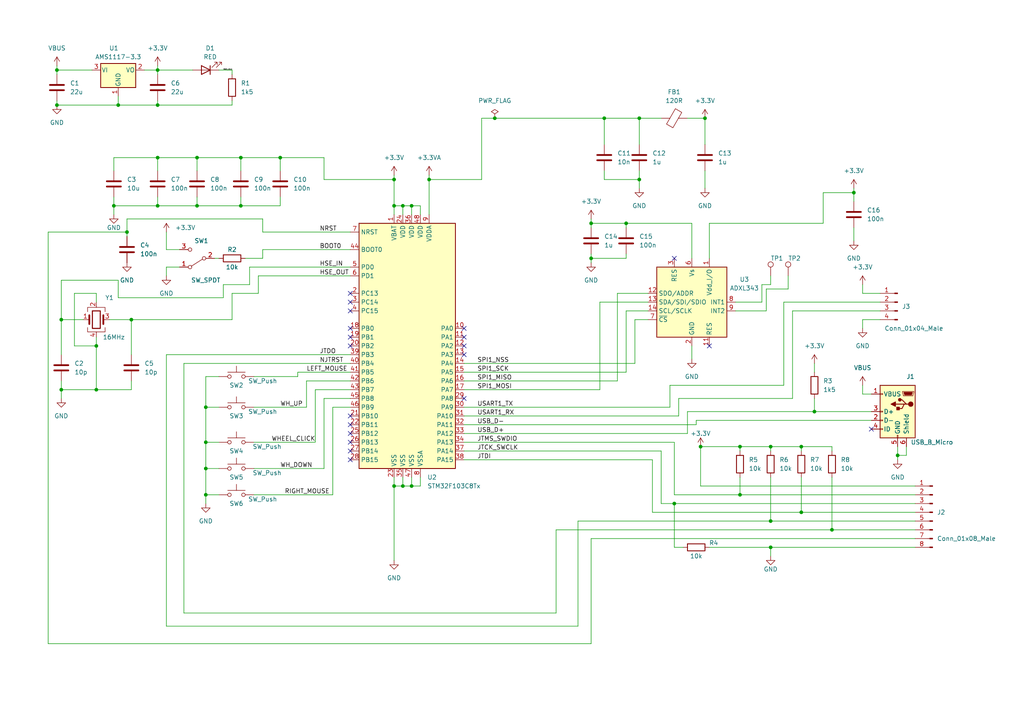
<source format=kicad_sch>
(kicad_sch (version 20211123) (generator eeschema)
  (paper "A4")
  (lib_symbols
    (symbol "Connector:Conn_01x04_Male" (pin_names (offset 1.016) hide)
      (property "Reference" "J" (at 0 5.08 0))
      (property "Value" "Conn_01x04_Male" (at 0 -7.62 0))
      (symbol "Conn_01x04_Male_1_1"
        (polyline (pts (xy 1.27 -5.08) (xy 0.8636 -5.08)) (stroke (width 0.1524)))
        (polyline (pts (xy 1.27 -2.54) (xy 0.8636 -2.54)) (stroke (width 0.1524)))
        (polyline (pts (xy 1.27 0) (xy 0.8636 0)) (stroke (width 0.1524)))
        (polyline (pts (xy 1.27 2.54) (xy 0.8636 2.54)) (stroke (width 0.1524)))
        (rectangle (start 0.8636 -4.953) (end 0 -5.207) (stroke (width 0.1524)) (fill (type outline)))
        (rectangle (start 0.8636 -2.413) (end 0 -2.667) (stroke (width 0.1524)) (fill (type outline)))
        (rectangle (start 0.8636 0.127) (end 0 -0.127) (stroke (width 0.1524)) (fill (type outline)))
        (rectangle (start 0.8636 2.667) (end 0 2.413) (stroke (width 0.1524)) (fill (type outline)))
        (pin passive line (at 5.08 2.54 180) (length 3.81) (name "Pin_1") (number "1"))
        (pin passive line (at 5.08 0 180) (length 3.81) (name "Pin_2") (number "2"))
        (pin passive line (at 5.08 -2.54 180) (length 3.81) (name "Pin_3") (number "3"))
        (pin passive line (at 5.08 -5.08 180) (length 3.81) (name "Pin_4") (number "4"))
      )
    )
    (symbol "Connector:Conn_01x08_Male" (pin_names (offset 1.016) hide)
      (property "Reference" "J" (at 0 10.16 0))
      (property "Value" "Conn_01x08_Male" (at 0 -12.7 0))
      (symbol "Conn_01x08_Male_1_1"
        (polyline (pts (xy 1.27 -10.16) (xy 0.8636 -10.16)) (stroke (width 0.1524)))
        (polyline (pts (xy 1.27 -7.62) (xy 0.8636 -7.62)) (stroke (width 0.1524)))
        (polyline (pts (xy 1.27 -5.08) (xy 0.8636 -5.08)) (stroke (width 0.1524)))
        (polyline (pts (xy 1.27 -2.54) (xy 0.8636 -2.54)) (stroke (width 0.1524)))
        (polyline (pts (xy 1.27 0) (xy 0.8636 0)) (stroke (width 0.1524)))
        (polyline (pts (xy 1.27 2.54) (xy 0.8636 2.54)) (stroke (width 0.1524)))
        (polyline (pts (xy 1.27 5.08) (xy 0.8636 5.08)) (stroke (width 0.1524)))
        (polyline (pts (xy 1.27 7.62) (xy 0.8636 7.62)) (stroke (width 0.1524)))
        (rectangle (start 0.8636 -10.033) (end 0 -10.287) (stroke (width 0.1524)) (fill (type outline)))
        (rectangle (start 0.8636 -7.493) (end 0 -7.747) (stroke (width 0.1524)) (fill (type outline)))
        (rectangle (start 0.8636 -4.953) (end 0 -5.207) (stroke (width 0.1524)) (fill (type outline)))
        (rectangle (start 0.8636 -2.413) (end 0 -2.667) (stroke (width 0.1524)) (fill (type outline)))
        (rectangle (start 0.8636 0.127) (end 0 -0.127) (stroke (width 0.1524)) (fill (type outline)))
        (rectangle (start 0.8636 2.667) (end 0 2.413) (stroke (width 0.1524)) (fill (type outline)))
        (rectangle (start 0.8636 5.207) (end 0 4.953) (stroke (width 0.1524)) (fill (type outline)))
        (rectangle (start 0.8636 7.747) (end 0 7.493) (stroke (width 0.1524)) (fill (type outline)))
        (pin passive line (at 5.08 7.62 180) (length 3.81) (name "Pin_1") (number "1"))
        (pin passive line (at 5.08 5.08 180) (length 3.81) (name "Pin_2") (number "2"))
        (pin passive line (at 5.08 2.54 180) (length 3.81) (name "Pin_3") (number "3"))
        (pin passive line (at 5.08 0 180) (length 3.81) (name "Pin_4") (number "4"))
        (pin passive line (at 5.08 -2.54 180) (length 3.81) (name "Pin_5") (number "5"))
        (pin passive line (at 5.08 -5.08 180) (length 3.81) (name "Pin_6") (number "6"))
        (pin passive line (at 5.08 -7.62 180) (length 3.81) (name "Pin_7") (number "7"))
        (pin passive line (at 5.08 -10.16 180) (length 3.81) (name "Pin_8") (number "8"))
      )
    )
    (symbol "Connector:TestPoint" (pin_numbers hide) (pin_names (offset 0.762) hide)
      (property "Reference" "TP" (at 0 6.858 0))
      (property "Value" "TestPoint" (at 0 5.08 0))
      (symbol "TestPoint_0_1"
        (circle (center 0 3.302) (radius 0.762))
      )
      (symbol "TestPoint_1_1"
        (pin passive line (at 0 0 90) (length 2.54) (name "1") (number "1"))
      )
    )
    (symbol "Connector:USB_B_Micro" (pin_names (offset 1.016))
      (property "Reference" "J" (at -5.08 11.43 0))
      (property "Value" "USB_B_Micro" (at -5.08 8.89 0))
      (symbol "USB_B_Micro_0_1"
        (rectangle (start -5.08 -7.62) (end 5.08 7.62) (stroke (width 0.254)) (fill (type background)))
        (circle (center -3.81 2.159) (radius 0.635) (stroke (width 0.254)) (fill (type outline)))
        (circle (center -0.635 3.429) (radius 0.381) (stroke (width 0.254)) (fill (type outline)))
        (rectangle (start -0.127 -7.62) (end 0.127 -6.858))
        (polyline (pts (xy -1.905 2.159) (xy 0.635 2.159)) (stroke (width 0.254)))
        (polyline (pts (xy -3.175 2.159) (xy -2.54 2.159) (xy -1.27 3.429) (xy -0.635 3.429)) (stroke (width 0.254)))
        (polyline (pts (xy -2.54 2.159) (xy -1.905 2.159) (xy -1.27 0.889) (xy 0 0.889)) (stroke (width 0.254)))
        (polyline (pts (xy 0.635 2.794) (xy 0.635 1.524) (xy 1.905 2.159) (xy 0.635 2.794)) (stroke (width 0.254)) (fill (type outline)))
        (polyline (pts (xy -4.318 5.588) (xy -1.778 5.588) (xy -2.032 4.826) (xy -4.064 4.826) (xy -4.318 5.588)) (fill (type outline)))
        (polyline (pts (xy -4.699 5.842) (xy -4.699 5.588) (xy -4.445 4.826) (xy -4.445 4.572) (xy -1.651 4.572) (xy -1.651 4.826) (xy -1.397 5.588) (xy -1.397 5.842) (xy -4.699 5.842)))
        (rectangle (start 0.254 1.27) (end -0.508 0.508) (stroke (width 0.254)) (fill (type outline)))
        (rectangle (start 5.08 -5.207) (end 4.318 -4.953))
        (rectangle (start 5.08 -2.667) (end 4.318 -2.413))
        (rectangle (start 5.08 -0.127) (end 4.318 0.127))
        (rectangle (start 5.08 4.953) (end 4.318 5.207))
      )
      (symbol "USB_B_Micro_1_1"
        (pin power_out line (at 7.62 5.08 180) (length 2.54) (name "VBUS") (number "1"))
        (pin bidirectional line (at 7.62 -2.54 180) (length 2.54) (name "D-") (number "2"))
        (pin bidirectional line (at 7.62 0 180) (length 2.54) (name "D+") (number "3"))
        (pin passive line (at 7.62 -5.08 180) (length 2.54) (name "ID") (number "4"))
        (pin power_out line (at 0 -10.16 90) (length 2.54) (name "GND") (number "5"))
        (pin passive line (at -2.54 -10.16 90) (length 2.54) (name "Shield") (number "6"))
      )
    )
    (symbol "Device:C" (pin_numbers hide) (pin_names (offset 0.254))
      (property "Reference" "C" (at 0.635 2.54 0))
      (property "Value" "C" (at 0.635 -2.54 0))
      (symbol "C_0_1"
        (polyline (pts (xy -2.032 -0.762) (xy 2.032 -0.762)) (stroke (width 0.508)))
        (polyline (pts (xy -2.032 0.762) (xy 2.032 0.762)) (stroke (width 0.508)))
      )
      (symbol "C_1_1"
        (pin passive line (at 0 3.81 270) (length 2.794) (name "~") (number "1"))
        (pin passive line (at 0 -3.81 90) (length 2.794) (name "~") (number "2"))
      )
    )
    (symbol "Device:Crystal_GND24" (pin_names (offset 1.016) hide)
      (property "Reference" "Y" (at 3.175 5.08 0))
      (property "Value" "Crystal_GND24" (at 3.175 3.175 0))
      (symbol "Crystal_GND24_0_1"
        (rectangle (start -1.143 2.54) (end 1.143 -2.54) (stroke (width 0.3048)))
        (polyline (pts (xy -2.54 0) (xy -2.032 0)))
        (polyline (pts (xy -2.032 -1.27) (xy -2.032 1.27)) (stroke (width 0.508)))
        (polyline (pts (xy 0 -3.81) (xy 0 -3.556)))
        (polyline (pts (xy 0 3.556) (xy 0 3.81)))
        (polyline (pts (xy 2.032 -1.27) (xy 2.032 1.27)) (stroke (width 0.508)))
        (polyline (pts (xy 2.032 0) (xy 2.54 0)))
        (polyline (pts (xy -2.54 -2.286) (xy -2.54 -3.556) (xy 2.54 -3.556) (xy 2.54 -2.286)))
        (polyline (pts (xy -2.54 2.286) (xy -2.54 3.556) (xy 2.54 3.556) (xy 2.54 2.286)))
      )
      (symbol "Crystal_GND24_1_1"
        (pin passive line (at -3.81 0 0) (length 1.27) (name "1") (number "1"))
        (pin passive line (at 0 5.08 270) (length 1.27) (name "2") (number "2"))
        (pin passive line (at 3.81 0 180) (length 1.27) (name "3") (number "3"))
        (pin passive line (at 0 -5.08 90) (length 1.27) (name "4") (number "4"))
      )
    )
    (symbol "Device:FerriteBead" (pin_numbers hide) (pin_names (offset 0))
      (property "Reference" "FB" (at -3.81 0.635 90))
      (property "Value" "FerriteBead" (at 3.81 0 90))
      (symbol "FerriteBead_0_1"
        (polyline (pts (xy 0 -1.27) (xy 0 -1.2192)))
        (polyline (pts (xy 0 1.27) (xy 0 1.2954)))
        (polyline (pts (xy -2.7686 0.4064) (xy -1.7018 2.2606) (xy 2.7686 -0.3048) (xy 1.6764 -2.159) (xy -2.7686 0.4064)))
      )
      (symbol "FerriteBead_1_1"
        (pin passive line (at 0 3.81 270) (length 2.54) (name "~") (number "1"))
        (pin passive line (at 0 -3.81 90) (length 2.54) (name "~") (number "2"))
      )
    )
    (symbol "Device:LED" (pin_numbers hide) (pin_names (offset 1.016) hide)
      (property "Reference" "D" (at 0 2.54 0))
      (property "Value" "LED" (at 0 -2.54 0))
      (symbol "LED_0_1"
        (polyline (pts (xy -1.27 -1.27) (xy -1.27 1.27)) (stroke (width 0.254)))
        (polyline (pts (xy -1.27 0) (xy 1.27 0)))
        (polyline (pts (xy 1.27 -1.27) (xy 1.27 1.27) (xy -1.27 0) (xy 1.27 -1.27)) (stroke (width 0.254)))
        (polyline (pts (xy -3.048 -0.762) (xy -4.572 -2.286) (xy -3.81 -2.286) (xy -4.572 -2.286) (xy -4.572 -1.524)))
        (polyline (pts (xy -1.778 -0.762) (xy -3.302 -2.286) (xy -2.54 -2.286) (xy -3.302 -2.286) (xy -3.302 -1.524)))
      )
      (symbol "LED_1_1"
        (pin passive line (at -3.81 0 0) (length 2.54) (name "K") (number "1"))
        (pin passive line (at 3.81 0 180) (length 2.54) (name "A") (number "2"))
      )
    )
    (symbol "Device:R" (pin_numbers hide) (pin_names (offset 0))
      (property "Reference" "R" (at 2.032 0 90))
      (property "Value" "R" (at 0 0 90))
      (symbol "R_0_1"
        (rectangle (start -1.016 -2.54) (end 1.016 2.54) (stroke (width 0.254)))
      )
      (symbol "R_1_1"
        (pin passive line (at 0 3.81 270) (length 1.27) (name "~") (number "1"))
        (pin passive line (at 0 -3.81 90) (length 1.27) (name "~") (number "2"))
      )
    )
    (symbol "MCU_ST_STM32F1:STM32F103C8Tx"
      (property "Reference" "U" (at -15.24 36.83 0))
      (property "Value" "STM32F103C8Tx" (at 7.62 36.83 0))
      (symbol "STM32F103C8Tx_0_1"
        (rectangle (start -15.24 -35.56) (end 12.7 35.56) (stroke (width 0.254)) (fill (type background)))
      )
      (symbol "STM32F103C8Tx_1_1"
        (pin power_in line (at -5.08 38.1 270) (length 2.54) (name "VBAT") (number "1"))
        (pin bidirectional line (at 15.24 5.08 180) (length 2.54) (name "PA0") (number "10"))
        (pin bidirectional line (at 15.24 2.54 180) (length 2.54) (name "PA1") (number "11"))
        (pin bidirectional line (at 15.24 0 180) (length 2.54) (name "PA2") (number "12"))
        (pin bidirectional line (at 15.24 -2.54 180) (length 2.54) (name "PA3") (number "13"))
        (pin bidirectional line (at 15.24 -5.08 180) (length 2.54) (name "PA4") (number "14"))
        (pin bidirectional line (at 15.24 -7.62 180) (length 2.54) (name "PA5") (number "15"))
        (pin bidirectional line (at 15.24 -10.16 180) (length 2.54) (name "PA6") (number "16"))
        (pin bidirectional line (at 15.24 -12.7 180) (length 2.54) (name "PA7") (number "17"))
        (pin bidirectional line (at -17.78 5.08 0) (length 2.54) (name "PB0") (number "18"))
        (pin bidirectional line (at -17.78 2.54 0) (length 2.54) (name "PB1") (number "19"))
        (pin bidirectional line (at -17.78 15.24 0) (length 2.54) (name "PC13") (number "2"))
        (pin bidirectional line (at -17.78 0 0) (length 2.54) (name "PB2") (number "20"))
        (pin bidirectional line (at -17.78 -20.32 0) (length 2.54) (name "PB10") (number "21"))
        (pin bidirectional line (at -17.78 -22.86 0) (length 2.54) (name "PB11") (number "22"))
        (pin power_in line (at -5.08 -38.1 90) (length 2.54) (name "VSS") (number "23"))
        (pin power_in line (at -2.54 38.1 270) (length 2.54) (name "VDD") (number "24"))
        (pin bidirectional line (at -17.78 -25.4 0) (length 2.54) (name "PB12") (number "25"))
        (pin bidirectional line (at -17.78 -27.94 0) (length 2.54) (name "PB13") (number "26"))
        (pin bidirectional line (at -17.78 -30.48 0) (length 2.54) (name "PB14") (number "27"))
        (pin bidirectional line (at -17.78 -33.02 0) (length 2.54) (name "PB15") (number "28"))
        (pin bidirectional line (at 15.24 -15.24 180) (length 2.54) (name "PA8") (number "29"))
        (pin bidirectional line (at -17.78 12.7 0) (length 2.54) (name "PC14") (number "3"))
        (pin bidirectional line (at 15.24 -17.78 180) (length 2.54) (name "PA9") (number "30"))
        (pin bidirectional line (at 15.24 -20.32 180) (length 2.54) (name "PA10") (number "31"))
        (pin bidirectional line (at 15.24 -22.86 180) (length 2.54) (name "PA11") (number "32"))
        (pin bidirectional line (at 15.24 -25.4 180) (length 2.54) (name "PA12") (number "33"))
        (pin bidirectional line (at 15.24 -27.94 180) (length 2.54) (name "PA13") (number "34"))
        (pin power_in line (at -2.54 -38.1 90) (length 2.54) (name "VSS") (number "35"))
        (pin power_in line (at 0 38.1 270) (length 2.54) (name "VDD") (number "36"))
        (pin bidirectional line (at 15.24 -30.48 180) (length 2.54) (name "PA14") (number "37"))
        (pin bidirectional line (at 15.24 -33.02 180) (length 2.54) (name "PA15") (number "38"))
        (pin bidirectional line (at -17.78 -2.54 0) (length 2.54) (name "PB3") (number "39"))
        (pin bidirectional line (at -17.78 10.16 0) (length 2.54) (name "PC15") (number "4"))
        (pin bidirectional line (at -17.78 -5.08 0) (length 2.54) (name "PB4") (number "40"))
        (pin bidirectional line (at -17.78 -7.62 0) (length 2.54) (name "PB5") (number "41"))
        (pin bidirectional line (at -17.78 -10.16 0) (length 2.54) (name "PB6") (number "42"))
        (pin bidirectional line (at -17.78 -12.7 0) (length 2.54) (name "PB7") (number "43"))
        (pin input line (at -17.78 27.94 0) (length 2.54) (name "BOOT0") (number "44"))
        (pin bidirectional line (at -17.78 -15.24 0) (length 2.54) (name "PB8") (number "45"))
        (pin bidirectional line (at -17.78 -17.78 0) (length 2.54) (name "PB9") (number "46"))
        (pin power_in line (at 0 -38.1 90) (length 2.54) (name "VSS") (number "47"))
        (pin power_in line (at 2.54 38.1 270) (length 2.54) (name "VDD") (number "48"))
        (pin input line (at -17.78 22.86 0) (length 2.54) (name "PD0") (number "5"))
        (pin input line (at -17.78 20.32 0) (length 2.54) (name "PD1") (number "6"))
        (pin input line (at -17.78 33.02 0) (length 2.54) (name "NRST") (number "7"))
        (pin power_in line (at 2.54 -38.1 90) (length 2.54) (name "VSSA") (number "8"))
        (pin power_in line (at 5.08 38.1 270) (length 2.54) (name "VDDA") (number "9"))
      )
    )
    (symbol "Regulator_Linear:AMS1117-3.3" (pin_names (offset 0.254))
      (property "Reference" "U" (at -3.81 3.175 0))
      (property "Value" "AMS1117-3.3" (at 0 3.175 0))
      (symbol "AMS1117-3.3_0_1"
        (rectangle (start -5.08 -5.08) (end 5.08 1.905) (stroke (width 0.254)) (fill (type background)))
      )
      (symbol "AMS1117-3.3_1_1"
        (pin power_in line (at 0 -7.62 90) (length 2.54) (name "GND") (number "1"))
        (pin power_out line (at 7.62 0 180) (length 2.54) (name "VO") (number "2"))
        (pin power_in line (at -7.62 0 0) (length 2.54) (name "VI") (number "3"))
      )
    )
    (symbol "Sensor_Motion:ADXL343"
      (property "Reference" "U" (at -8.89 11.43 0))
      (property "Value" "ADXL343" (at -7.62 -11.43 0))
      (symbol "ADXL343_0_1"
        (rectangle (start -10.16 10.16) (end 10.16 -10.16) (stroke (width 0.254)) (fill (type background)))
      )
      (symbol "ADXL343_1_1"
        (pin power_in line (at 5.08 12.7 270) (length 2.54) (name "Vdd_I/O") (number "1"))
        (pin no_connect line (at -5.08 -10.16 90) (length 2.54) hide (name "NC") (number "10"))
        (pin passive line (at 5.08 -12.7 90) (length 2.54) (name "RES") (number "11"))
        (pin bidirectional line (at -12.7 2.54 0) (length 2.54) (name "SDO/ADDR") (number "12"))
        (pin bidirectional line (at -12.7 0 0) (length 2.54) (name "SDA/SDI/SDIO") (number "13"))
        (pin input line (at -12.7 -2.54 0) (length 2.54) (name "SCL/SCLK") (number "14"))
        (pin power_in line (at 0 -12.7 90) (length 2.54) (name "GND") (number "2"))
        (pin passive line (at -5.08 12.7 270) (length 2.54) (name "RES") (number "3"))
        (pin passive line (at 0 -12.7 90) (length 2.54) hide (name "GND") (number "4"))
        (pin passive line (at 0 -12.7 90) (length 2.54) hide (name "GND") (number "5"))
        (pin power_in line (at 0 12.7 270) (length 2.54) (name "Vs") (number "6"))
        (pin input line (at -12.7 -5.08 0) (length 2.54) (name "~{CS}") (number "7"))
        (pin output line (at 12.7 0 180) (length 2.54) (name "INT1") (number "8"))
        (pin output line (at 12.7 -2.54 180) (length 2.54) (name "INT2") (number "9"))
      )
    )
    (symbol "Switch:SW_Push" (pin_numbers hide) (pin_names (offset 1.016) hide)
      (property "Reference" "SW" (at 1.27 2.54 0))
      (property "Value" "SW_Push" (at 0 -1.524 0))
      (symbol "SW_Push_0_1"
        (circle (center -2.032 0) (radius 0.508))
        (polyline (pts (xy 0 1.27) (xy 0 3.048)))
        (polyline (pts (xy 2.54 1.27) (xy -2.54 1.27)))
        (circle (center 2.032 0) (radius 0.508))
        (pin passive line (at -5.08 0 0) (length 2.54) (name "1") (number "1"))
        (pin passive line (at 5.08 0 180) (length 2.54) (name "2") (number "2"))
      )
    )
    (symbol "Switch:SW_SPDT" (pin_names (offset 0) hide)
      (property "Reference" "SW" (at 0 4.318 0))
      (property "Value" "SW_SPDT" (at 0 -5.08 0))
      (symbol "SW_SPDT_0_0"
        (circle (center -2.032 0) (radius 0.508))
        (circle (center 2.032 -2.54) (radius 0.508))
      )
      (symbol "SW_SPDT_0_1"
        (polyline (pts (xy -1.524 0.254) (xy 1.651 2.286)))
        (circle (center 2.032 2.54) (radius 0.508))
      )
      (symbol "SW_SPDT_1_1"
        (pin passive line (at 5.08 2.54 180) (length 2.54) (name "A") (number "1"))
        (pin passive line (at -5.08 0 0) (length 2.54) (name "B") (number "2"))
        (pin passive line (at 5.08 -2.54 180) (length 2.54) (name "C") (number "3"))
      )
    )
    (symbol "power:+3.3V" (power) (pin_names (offset 0))
      (property "Value" "+3.3V" (at 0 3.556 0))
      (symbol "+3.3V_0_1"
        (polyline (pts (xy -0.762 1.27) (xy 0 2.54)))
        (polyline (pts (xy 0 0) (xy 0 2.54)))
        (polyline (pts (xy 0 2.54) (xy 0.762 1.27)))
      )
      (symbol "+3.3V_1_1"
        (pin power_in line (at 0 0 90) (length 0) hide (name "+3.3V") (number "1"))
      )
    )
    (symbol "power:+3.3VA" (power) (pin_names (offset 0))
      (property "Value" "+3.3VA" (at 0 3.556 0))
      (symbol "+3.3VA_0_1"
        (polyline (pts (xy -0.762 1.27) (xy 0 2.54)))
        (polyline (pts (xy 0 0) (xy 0 2.54)))
        (polyline (pts (xy 0 2.54) (xy 0.762 1.27)))
      )
      (symbol "+3.3VA_1_1"
        (pin power_in line (at 0 0 90) (length 0) hide (name "+3.3VA") (number "1"))
      )
    )
    (symbol "power:GND" (power) (pin_names (offset 0))
      (property "Value" "GND" (at 0 -3.81 0))
      (symbol "GND_0_1"
        (polyline (pts (xy 0 0) (xy 0 -1.27) (xy 1.27 -1.27) (xy 0 -2.54) (xy -1.27 -1.27) (xy 0 -1.27)))
      )
      (symbol "GND_1_1"
        (pin power_in line (at 0 0 270) (length 0) hide (name "GND") (number "1"))
      )
    )
    (symbol "power:PWR_FLAG" (power) (pin_numbers hide) (pin_names (offset 0) hide)
      (property "Value" "PWR_FLAG" (at 0 3.81 0))
      (symbol "PWR_FLAG_0_0"
        (pin power_out line (at 0 0 90) (length 0) (name "pwr") (number "1"))
      )
      (symbol "PWR_FLAG_0_1"
        (polyline (pts (xy 0 0) (xy 0 1.27) (xy -1.016 1.905) (xy 0 2.54) (xy 1.016 1.905) (xy 0 1.27)))
      )
    )
    (symbol "power:VBUS" (power) (pin_names (offset 0))
      (property "Value" "VBUS" (at 0 3.81 0))
      (symbol "VBUS_0_1"
        (polyline (pts (xy -0.762 1.27) (xy 0 2.54)))
        (polyline (pts (xy 0 0) (xy 0 2.54)))
        (polyline (pts (xy 0 2.54) (xy 0.762 1.27)))
      )
      (symbol "VBUS_1_1"
        (pin power_in line (at 0 0 90) (length 0) hide (name "VBUS") (number "1"))
      )
    )
  )
  (junction (at 114.3 140.97))
  (junction (at 214.63 129.54))
  (junction (at 45.72 59.69))
  (junction (at 27.94 113.03))
  (junction (at 223.52 158.75))
  (junction (at 232.41 148.59))
  (junction (at 59.69 143.51))
  (junction (at 81.28 45.72))
  (junction (at 223.52 129.54))
  (junction (at 203.2 129.54))
  (junction (at 171.45 64.77))
  (junction (at 119.38 59.69))
  (junction (at 59.69 118.11))
  (junction (at 247.65 55.88))
  (junction (at 143.51 34.29))
  (junction (at 124.46 52.07))
  (junction (at 114.3 59.69))
  (junction (at 45.72 30.48))
  (junction (at 171.45 74.93))
  (junction (at 241.3 153.67))
  (junction (at 27.94 100.33))
  (junction (at 116.84 140.97))
  (junction (at 17.78 92.71))
  (junction (at 16.51 30.48))
  (junction (at 175.26 34.29))
  (junction (at 69.85 45.72))
  (junction (at 69.85 59.69))
  (junction (at 185.42 34.29))
  (junction (at 185.42 52.07))
  (junction (at 16.51 20.32))
  (junction (at 181.61 64.77))
  (junction (at 57.15 59.69))
  (junction (at 119.38 140.97))
  (junction (at 260.35 132.08))
  (junction (at 38.1 92.71))
  (junction (at 33.02 59.69))
  (junction (at 59.69 135.89))
  (junction (at 34.29 30.48))
  (junction (at 114.3 52.07))
  (junction (at 45.72 20.32))
  (junction (at 59.69 128.27))
  (junction (at 116.84 59.69))
  (junction (at 204.47 34.29))
  (junction (at 214.63 143.51))
  (junction (at 232.41 129.54))
  (junction (at 45.72 45.72))
  (junction (at 223.52 151.13))
  (junction (at 36.83 67.31))
  (junction (at 236.22 119.38))
  (junction (at 195.58 146.05))
  (junction (at 57.15 45.72))
  (junction (at 17.78 113.03))
  (no_connect (at 101.6 133.35))
  (no_connect (at 101.6 97.79))
  (no_connect (at 134.62 97.79))
  (no_connect (at 101.6 95.25))
  (no_connect (at 134.62 102.87))
  (no_connect (at 101.6 87.63))
  (no_connect (at 101.6 100.33))
  (no_connect (at 101.6 85.09))
  (no_connect (at 205.74 100.33))
  (no_connect (at 195.58 74.93))
  (no_connect (at 101.6 123.19))
  (no_connect (at 101.6 125.73))
  (no_connect (at 134.62 100.33))
  (no_connect (at 252.73 124.46))
  (no_connect (at 101.6 130.81))
  (no_connect (at 134.62 95.25))
  (no_connect (at 134.62 115.57))
  (no_connect (at 101.6 90.17))
  (no_connect (at 101.6 128.27))
  (no_connect (at 101.6 120.65))
  (wire (pts (xy 194.31 118.11) (xy 194.31 111.76)))
  (wire (pts (xy 222.25 83.82) (xy 228.6 83.82)))
  (wire (pts (xy 232.41 129.54) (xy 232.41 130.81)))
  (wire (pts (xy 69.85 45.72) (xy 69.85 49.53)))
  (wire (pts (xy 62.23 74.93) (xy 63.5 74.93)))
  (wire (pts (xy 73.66 143.51) (xy 96.52 143.51)))
  (wire (pts (xy 17.78 110.49) (xy 17.78 113.03)))
  (wire (pts (xy 96.52 143.51) (xy 96.52 118.11)))
  (wire (pts (xy 59.69 135.89) (xy 63.5 135.89)))
  (wire (pts (xy 93.98 135.89) (xy 93.98 115.57)))
  (wire (pts (xy 232.41 148.59) (xy 265.43 148.59)))
  (wire (pts (xy 134.62 123.19) (xy 201.93 123.19)))
  (wire (pts (xy 134.62 118.11) (xy 194.31 118.11)))
  (wire (pts (xy 181.61 107.95) (xy 181.61 90.17)))
  (wire (pts (xy 36.83 67.31) (xy 36.83 68.58)))
  (wire (pts (xy 67.31 29.21) (xy 67.31 30.48)))
  (wire (pts (xy 241.3 138.43) (xy 241.3 153.67)))
  (wire (pts (xy 185.42 34.29) (xy 185.42 41.91)))
  (wire (pts (xy 91.44 128.27) (xy 91.44 113.03)))
  (wire (pts (xy 223.52 151.13) (xy 265.43 151.13)))
  (wire (pts (xy 73.66 128.27) (xy 91.44 128.27)))
  (wire (pts (xy 48.26 181.61) (xy 167.64 181.61)))
  (wire (pts (xy 69.85 45.72) (xy 81.28 45.72)))
  (wire (pts (xy 238.76 64.77) (xy 205.74 64.77)))
  (wire (pts (xy 16.51 30.48) (xy 34.29 30.48)))
  (wire (pts (xy 247.65 54.61) (xy 247.65 55.88)))
  (wire (pts (xy 57.15 59.69) (xy 69.85 59.69)))
  (wire (pts (xy 53.34 105.41) (xy 53.34 177.8)))
  (wire (pts (xy 236.22 119.38) (xy 252.73 119.38)))
  (wire (pts (xy 191.77 130.81) (xy 191.77 146.05)))
  (wire (pts (xy 45.72 21.59) (xy 45.72 20.32)))
  (wire (pts (xy 229.87 115.57) (xy 229.87 90.17)))
  (wire (pts (xy 247.65 55.88) (xy 238.76 55.88)))
  (wire (pts (xy 67.31 85.09) (xy 74.93 85.09)))
  (wire (pts (xy 184.15 105.41) (xy 184.15 92.71)))
  (wire (pts (xy 143.51 34.29) (xy 175.26 34.29)))
  (wire (pts (xy 116.84 59.69) (xy 116.84 62.23)))
  (wire (pts (xy 36.83 63.5) (xy 76.2 63.5)))
  (wire (pts (xy 119.38 59.69) (xy 116.84 59.69)))
  (wire (pts (xy 196.85 115.57) (xy 229.87 115.57)))
  (wire (pts (xy 185.42 34.29) (xy 191.77 34.29)))
  (wire (pts (xy 33.02 45.72) (xy 45.72 45.72)))
  (wire (pts (xy 96.52 118.11) (xy 101.6 118.11)))
  (wire (pts (xy 48.26 72.39) (xy 52.07 72.39)))
  (wire (pts (xy 27.94 85.09) (xy 21.59 85.09)))
  (wire (pts (xy 27.94 100.33) (xy 27.94 113.03)))
  (wire (pts (xy 59.69 143.51) (xy 59.69 146.05)))
  (wire (pts (xy 48.26 77.47) (xy 48.26 80.01)))
  (wire (pts (xy 34.29 30.48) (xy 45.72 30.48)))
  (wire (pts (xy 86.36 109.22) (xy 86.36 107.95)))
  (wire (pts (xy 45.72 45.72) (xy 57.15 45.72)))
  (wire (pts (xy 114.3 138.43) (xy 114.3 140.97)))
  (wire (pts (xy 31.75 92.71) (xy 38.1 92.71)))
  (wire (pts (xy 119.38 140.97) (xy 116.84 140.97)))
  (wire (pts (xy 262.89 132.08) (xy 262.89 129.54)))
  (wire (pts (xy 91.44 113.03) (xy 101.6 113.03)))
  (wire (pts (xy 27.94 100.33) (xy 27.94 97.79)))
  (wire (pts (xy 17.78 92.71) (xy 17.78 102.87)))
  (wire (pts (xy 88.9 118.11) (xy 88.9 110.49)))
  (wire (pts (xy 189.23 148.59) (xy 232.41 148.59)))
  (wire (pts (xy 45.72 45.72) (xy 45.72 49.53)))
  (wire (pts (xy 59.69 118.11) (xy 59.69 128.27)))
  (wire (pts (xy 101.6 105.41) (xy 53.34 105.41)))
  (wire (pts (xy 45.72 57.15) (xy 45.72 59.69)))
  (wire (pts (xy 76.2 67.31) (xy 76.2 63.5)))
  (wire (pts (xy 33.02 59.69) (xy 45.72 59.69)))
  (wire (pts (xy 69.85 57.15) (xy 69.85 59.69)))
  (wire (pts (xy 171.45 156.21) (xy 265.43 156.21)))
  (wire (pts (xy 181.61 64.77) (xy 200.66 64.77)))
  (wire (pts (xy 116.84 138.43) (xy 116.84 140.97)))
  (wire (pts (xy 204.47 34.29) (xy 204.47 41.91)))
  (wire (pts (xy 201.93 121.92) (xy 252.73 121.92)))
  (wire (pts (xy 57.15 57.15) (xy 57.15 59.69)))
  (wire (pts (xy 223.52 138.43) (xy 223.52 151.13)))
  (wire (pts (xy 63.5 20.32) (xy 67.31 20.32)))
  (wire (pts (xy 71.12 74.93) (xy 76.2 74.93)))
  (wire (pts (xy 134.62 107.95) (xy 181.61 107.95)))
  (wire (pts (xy 16.51 20.32) (xy 26.67 20.32)))
  (wire (pts (xy 57.15 45.72) (xy 69.85 45.72)))
  (wire (pts (xy 59.69 128.27) (xy 63.5 128.27)))
  (wire (pts (xy 121.92 140.97) (xy 119.38 140.97)))
  (wire (pts (xy 45.72 30.48) (xy 45.72 29.21)))
  (wire (pts (xy 114.3 52.07) (xy 114.3 59.69)))
  (wire (pts (xy 173.99 87.63) (xy 187.96 87.63)))
  (wire (pts (xy 195.58 143.51) (xy 214.63 143.51)))
  (wire (pts (xy 48.26 102.87) (xy 48.26 181.61)))
  (wire (pts (xy 223.52 158.75) (xy 265.43 158.75)))
  (wire (pts (xy 121.92 59.69) (xy 119.38 59.69)))
  (wire (pts (xy 171.45 74.93) (xy 181.61 74.93)))
  (wire (pts (xy 191.77 146.05) (xy 195.58 146.05)))
  (wire (pts (xy 228.6 83.82) (xy 228.6 80.01)))
  (wire (pts (xy 173.99 113.03) (xy 173.99 87.63)))
  (wire (pts (xy 195.58 146.05) (xy 265.43 146.05)))
  (wire (pts (xy 64.77 82.55) (xy 64.77 86.36)))
  (wire (pts (xy 52.07 77.47) (xy 48.26 77.47)))
  (wire (pts (xy 198.12 158.75) (xy 195.58 158.75)))
  (wire (pts (xy 250.19 92.71) (xy 250.19 95.25)))
  (wire (pts (xy 16.51 20.32) (xy 16.51 21.59)))
  (wire (pts (xy 13.97 67.31) (xy 13.97 186.69)))
  (wire (pts (xy 171.45 74.93) (xy 171.45 76.2)))
  (wire (pts (xy 229.87 90.17) (xy 255.27 90.17)))
  (wire (pts (xy 200.66 64.77) (xy 200.66 74.93)))
  (wire (pts (xy 250.19 82.55) (xy 250.19 85.09)))
  (wire (pts (xy 81.28 59.69) (xy 81.28 57.15)))
  (wire (pts (xy 134.62 105.41) (xy 184.15 105.41)))
  (wire (pts (xy 134.62 125.73) (xy 199.39 125.73)))
  (wire (pts (xy 247.65 55.88) (xy 247.65 58.42)))
  (wire (pts (xy 114.3 59.69) (xy 114.3 62.23)))
  (wire (pts (xy 67.31 20.32) (xy 67.31 21.59)))
  (wire (pts (xy 227.33 111.76) (xy 227.33 87.63)))
  (wire (pts (xy 241.3 153.67) (xy 265.43 153.67)))
  (wire (pts (xy 260.35 129.54) (xy 260.35 132.08)))
  (wire (pts (xy 45.72 20.32) (xy 55.88 20.32)))
  (wire (pts (xy 161.29 177.8) (xy 161.29 153.67)))
  (wire (pts (xy 214.63 138.43) (xy 214.63 143.51)))
  (wire (pts (xy 93.98 115.57) (xy 101.6 115.57)))
  (wire (pts (xy 81.28 45.72) (xy 81.28 49.53)))
  (wire (pts (xy 214.63 129.54) (xy 223.52 129.54)))
  (wire (pts (xy 93.98 45.72) (xy 93.98 52.07)))
  (wire (pts (xy 214.63 143.51) (xy 265.43 143.51)))
  (wire (pts (xy 53.34 177.8) (xy 161.29 177.8)))
  (wire (pts (xy 199.39 34.29) (xy 204.47 34.29)))
  (wire (pts (xy 250.19 85.09) (xy 255.27 85.09)))
  (wire (pts (xy 181.61 64.77) (xy 181.61 66.04)))
  (wire (pts (xy 179.07 110.49) (xy 179.07 85.09)))
  (wire (pts (xy 33.02 49.53) (xy 33.02 45.72)))
  (wire (pts (xy 33.02 59.69) (xy 33.02 62.23)))
  (wire (pts (xy 63.5 109.22) (xy 59.69 109.22)))
  (wire (pts (xy 223.52 161.29) (xy 223.52 158.75)))
  (wire (pts (xy 88.9 110.49) (xy 101.6 110.49)))
  (wire (pts (xy 213.36 87.63) (xy 220.98 87.63)))
  (wire (pts (xy 101.6 77.47) (xy 72.39 77.47)))
  (wire (pts (xy 21.59 100.33) (xy 27.94 100.33)))
  (wire (pts (xy 59.69 128.27) (xy 59.69 135.89)))
  (wire (pts (xy 16.51 19.05) (xy 16.51 20.32)))
  (wire (pts (xy 195.58 128.27) (xy 195.58 143.51)))
  (wire (pts (xy 119.38 138.43) (xy 119.38 140.97)))
  (wire (pts (xy 93.98 52.07) (xy 114.3 52.07)))
  (wire (pts (xy 134.62 120.65) (xy 196.85 120.65)))
  (wire (pts (xy 45.72 59.69) (xy 57.15 59.69)))
  (wire (pts (xy 255.27 92.71) (xy 250.19 92.71)))
  (wire (pts (xy 72.39 77.47) (xy 72.39 82.55)))
  (wire (pts (xy 171.45 186.69) (xy 171.45 156.21)))
  (wire (pts (xy 247.65 66.04) (xy 247.65 69.85)))
  (wire (pts (xy 195.58 158.75) (xy 195.58 146.05)))
  (wire (pts (xy 167.64 151.13) (xy 167.64 181.61)))
  (wire (pts (xy 167.64 151.13) (xy 223.52 151.13)))
  (wire (pts (xy 250.19 114.3) (xy 252.73 114.3)))
  (wire (pts (xy 201.93 123.19) (xy 201.93 121.92)))
  (wire (pts (xy 73.66 135.89) (xy 93.98 135.89)))
  (wire (pts (xy 124.46 52.07) (xy 124.46 62.23)))
  (wire (pts (xy 67.31 30.48) (xy 45.72 30.48)))
  (wire (pts (xy 232.41 129.54) (xy 241.3 129.54)))
  (wire (pts (xy 161.29 153.67) (xy 241.3 153.67)))
  (wire (pts (xy 236.22 105.41) (xy 236.22 107.95)))
  (wire (pts (xy 59.69 143.51) (xy 63.5 143.51)))
  (wire (pts (xy 45.72 19.05) (xy 45.72 20.32)))
  (wire (pts (xy 213.36 90.17) (xy 222.25 90.17)))
  (wire (pts (xy 116.84 140.97) (xy 114.3 140.97)))
  (wire (pts (xy 114.3 140.97) (xy 114.3 162.56)))
  (wire (pts (xy 34.29 30.48) (xy 34.29 27.94)))
  (wire (pts (xy 185.42 52.07) (xy 185.42 54.61)))
  (wire (pts (xy 74.93 85.09) (xy 74.93 80.01)))
  (wire (pts (xy 38.1 92.71) (xy 67.31 92.71)))
  (wire (pts (xy 16.51 29.21) (xy 16.51 30.48)))
  (wire (pts (xy 114.3 50.8) (xy 114.3 52.07)))
  (wire (pts (xy 171.45 64.77) (xy 181.61 64.77)))
  (wire (pts (xy 119.38 59.69) (xy 119.38 62.23)))
  (wire (pts (xy 175.26 49.53) (xy 175.26 52.07)))
  (wire (pts (xy 241.3 129.54) (xy 241.3 130.81)))
  (wire (pts (xy 116.84 59.69) (xy 114.3 59.69)))
  (wire (pts (xy 124.46 50.8) (xy 124.46 52.07)))
  (wire (pts (xy 34.29 86.36) (xy 34.29 81.28)))
  (wire (pts (xy 238.76 55.88) (xy 238.76 64.77)))
  (wire (pts (xy 175.26 34.29) (xy 185.42 34.29)))
  (wire (pts (xy 179.07 85.09) (xy 187.96 85.09)))
  (wire (pts (xy 232.41 138.43) (xy 232.41 148.59)))
  (wire (pts (xy 223.52 129.54) (xy 223.52 130.81)))
  (wire (pts (xy 203.2 129.54) (xy 203.2 140.97)))
  (wire (pts (xy 134.62 128.27) (xy 195.58 128.27)))
  (wire (pts (xy 17.78 113.03) (xy 17.78 115.57)))
  (wire (pts (xy 17.78 113.03) (xy 27.94 113.03)))
  (wire (pts (xy 76.2 72.39) (xy 76.2 74.93)))
  (wire (pts (xy 59.69 135.89) (xy 59.69 143.51)))
  (wire (pts (xy 59.69 118.11) (xy 63.5 118.11)))
  (wire (pts (xy 72.39 82.55) (xy 64.77 82.55)))
  (wire (pts (xy 223.52 82.55) (xy 223.52 80.01)))
  (wire (pts (xy 204.47 49.53) (xy 204.47 54.61)))
  (wire (pts (xy 260.35 132.08) (xy 262.89 132.08)))
  (wire (pts (xy 21.59 85.09) (xy 21.59 100.33)))
  (wire (pts (xy 185.42 49.53) (xy 185.42 52.07)))
  (wire (pts (xy 200.66 100.33) (xy 200.66 104.14)))
  (wire (pts (xy 199.39 119.38) (xy 236.22 119.38)))
  (wire (pts (xy 67.31 92.71) (xy 67.31 85.09)))
  (wire (pts (xy 64.77 86.36) (xy 34.29 86.36)))
  (wire (pts (xy 134.62 113.03) (xy 173.99 113.03)))
  (wire (pts (xy 139.7 34.29) (xy 143.51 34.29)))
  (wire (pts (xy 199.39 125.73) (xy 199.39 119.38)))
  (wire (pts (xy 171.45 63.5) (xy 171.45 64.77)))
  (wire (pts (xy 139.7 52.07) (xy 139.7 34.29)))
  (wire (pts (xy 175.26 34.29) (xy 175.26 41.91)))
  (wire (pts (xy 227.33 87.63) (xy 255.27 87.63)))
  (wire (pts (xy 171.45 64.77) (xy 171.45 66.04)))
  (wire (pts (xy 69.85 59.69) (xy 81.28 59.69)))
  (wire (pts (xy 181.61 90.17) (xy 187.96 90.17)))
  (wire (pts (xy 81.28 45.72) (xy 93.98 45.72)))
  (wire (pts (xy 38.1 113.03) (xy 38.1 110.49)))
  (wire (pts (xy 45.72 20.32) (xy 41.91 20.32)))
  (wire (pts (xy 124.46 52.07) (xy 139.7 52.07)))
  (wire (pts (xy 17.78 81.28) (xy 17.78 92.71)))
  (wire (pts (xy 134.62 110.49) (xy 179.07 110.49)))
  (wire (pts (xy 13.97 186.69) (xy 171.45 186.69)))
  (wire (pts (xy 48.26 67.31) (xy 48.26 72.39)))
  (wire (pts (xy 220.98 87.63) (xy 220.98 82.55)))
  (wire (pts (xy 184.15 92.71) (xy 187.96 92.71)))
  (wire (pts (xy 214.63 129.54) (xy 214.63 130.81)))
  (wire (pts (xy 205.74 158.75) (xy 223.52 158.75)))
  (wire (pts (xy 171.45 73.66) (xy 171.45 74.93)))
  (wire (pts (xy 101.6 72.39) (xy 76.2 72.39)))
  (wire (pts (xy 134.62 130.81) (xy 191.77 130.81)))
  (wire (pts (xy 203.2 129.54) (xy 214.63 129.54)))
  (wire (pts (xy 73.66 118.11) (xy 88.9 118.11)))
  (wire (pts (xy 74.93 80.01) (xy 101.6 80.01)))
  (wire (pts (xy 189.23 133.35) (xy 189.23 148.59)))
  (wire (pts (xy 220.98 82.55) (xy 223.52 82.55)))
  (wire (pts (xy 260.35 132.08) (xy 260.35 133.35)))
  (wire (pts (xy 175.26 52.07) (xy 185.42 52.07)))
  (wire (pts (xy 121.92 138.43) (xy 121.92 140.97)))
  (wire (pts (xy 57.15 45.72) (xy 57.15 49.53)))
  (wire (pts (xy 250.19 111.76) (xy 250.19 114.3)))
  (wire (pts (xy 34.29 81.28) (xy 17.78 81.28)))
  (wire (pts (xy 27.94 87.63) (xy 27.94 85.09)))
  (wire (pts (xy 36.83 63.5) (xy 36.83 67.31)))
  (wire (pts (xy 134.62 133.35) (xy 189.23 133.35)))
  (wire (pts (xy 73.66 109.22) (xy 86.36 109.22)))
  (wire (pts (xy 222.25 90.17) (xy 222.25 83.82)))
  (wire (pts (xy 121.92 62.23) (xy 121.92 59.69)))
  (wire (pts (xy 38.1 102.87) (xy 38.1 92.71)))
  (wire (pts (xy 86.36 107.95) (xy 101.6 107.95)))
  (wire (pts (xy 194.31 111.76) (xy 227.33 111.76)))
  (wire (pts (xy 59.69 109.22) (xy 59.69 118.11)))
  (wire (pts (xy 101.6 102.87) (xy 48.26 102.87)))
  (wire (pts (xy 17.78 92.71) (xy 24.13 92.71)))
  (wire (pts (xy 223.52 129.54) (xy 232.41 129.54)))
  (wire (pts (xy 27.94 113.03) (xy 38.1 113.03)))
  (wire (pts (xy 181.61 73.66) (xy 181.61 74.93)))
  (wire (pts (xy 236.22 115.57) (xy 236.22 119.38)))
  (wire (pts (xy 205.74 64.77) (xy 205.74 74.93)))
  (wire (pts (xy 203.2 140.97) (xy 265.43 140.97)))
  (wire (pts (xy 196.85 120.65) (xy 196.85 115.57)))
  (wire (pts (xy 36.83 67.31) (xy 13.97 67.31)))
  (wire (pts (xy 101.6 67.31) (xy 76.2 67.31)))
  (wire (pts (xy 33.02 57.15) (xy 33.02 59.69)))
  (label "SPI1_MOSI" (at 138.43 113.03 0))
  (label "HSE_OUT" (at 92.71 80.01 0))
  (label "BOOT0" (at 92.71 72.39 0))
  (label "USART1_RX" (at 138.43 120.65 0))
  (label "SPI1_SCK" (at 138.43 107.95 0))
  (label "USB_D-" (at 138.43 123.19 0))
  (label "USB_D+" (at 138.43 125.73 0))
  (label "NRST" (at 92.71 67.31 0))
  (label "NJTRST" (at 92.71 105.41 0))
  (label "PWR_LED_K" (at 64.77 20.32 0) (effects (font (size 0.3 0.3))))
  (label "RIGHT_MOUSE" (at 82.55 143.51 0))
  (label "SPI1_NSS" (at 138.43 105.41 0))
  (label "WH_UP" (at 81.28 118.11 0))
  (label "HSE_IN" (at 92.71 77.47 0))
  (label "USART1_TX" (at 138.43 118.11 0))
  (label "JTDO" (at 92.71 102.87 0))
  (label "JTCK_SWCLK" (at 138.43 130.81 0))
  (label "JTMS_SWDIO" (at 138.43 128.27 0))
  (label "JTDI" (at 138.43 133.35 0))
  (label "WH_DOWN" (at 81.28 135.89 0))
  (label "SPI1_MISO" (at 138.43 110.49 0))
  (label "LEFT_MOUSE" (at 88.9 107.95 0))
  (label "WHEEL_CLICK" (at 78.74 128.27 0))
  (symbol (lib_id "power:GND") (at 36.83 76.2 0) (unit 1)
    (property "Reference" "#PWR0109" (effects hide))
    (property "Value" "GND" (at 36.83 81.28 0))
  )
  (symbol (lib_id "Device:FerriteBead") (at 195.58 34.29 90) (unit 1)
    (property "Reference" "FB1" (at 195.5292 26.67 90))
    (property "Value" "120R" (at 195.5292 29.21 90))
    (property "Footprint" "Inductor_SMD:L_0603_1608Metric" (effects hide))
  )
  (symbol (lib_id "Device:Crystal_GND24") (at 27.94 92.71 0) (unit 1)
    (property "Reference" "Y1" (at 31.75 86.36 0))
    (property "Value" "16MHz" (at 33.02 97.79 0))
    (property "Footprint" "Crystal:Crystal_SMD_3225-4Pin_3.2x2.5mm" (effects hide))
  )
  (symbol (lib_id "Device:C") (at 57.15 53.34 0) (unit 1)
    (property "Reference" "C8" (at 60.96 52.0699 0) (effects (justify left)))
    (property "Value" "100n" (at 60.96 54.6099 0) (effects (justify left)))
    (property "Footprint" "Capacitor_SMD:C_0402_1005Metric" (effects hide))
  )
  (symbol (lib_id "Device:C") (at 247.65 62.23 0) (unit 1)
    (property "Reference" "C16" (at 251.46 60.9599 0) (effects (justify left)))
    (property "Value" "100n" (at 251.46 63.4999 0) (effects (justify left)))
    (property "Footprint" "Capacitor_SMD:C_0402_1005Metric" (effects hide))
  )
  (symbol (lib_id "power:GND") (at 59.69 146.05 0) (unit 1)
    (property "Reference" "#PWR0122" (effects hide))
    (property "Value" "GND" (at 59.69 151.13 0))
  )
  (symbol (lib_id "Device:R") (at 223.52 134.62 0) (unit 1)
    (property "Reference" "R6" (at 226.06 133.3499 0) (effects (justify left)))
    (property "Value" "10k" (at 226.06 135.8899 0) (effects (justify left)))
    (property "Footprint" "Resistor_SMD:R_0402_1005Metric" (effects hide))
  )
  (symbol (lib_id "Device:C") (at 171.45 69.85 0) (unit 1)
    (property "Reference" "C14" (at 175.26 68.5799 0) (effects (justify left)))
    (property "Value" "1u" (at 175.26 71.1199 0) (effects (justify left)))
    (property "Footprint" "Capacitor_SMD:C_0402_1005Metric" (effects hide))
  )
  (symbol (lib_id "Device:C") (at 175.26 45.72 0) (unit 1)
    (property "Reference" "C11" (at 179.07 44.4499 0) (effects (justify left)))
    (property "Value" "10n" (at 179.07 46.9899 0) (effects (justify left)))
    (property "Footprint" "Capacitor_SMD:C_0402_1005Metric" (effects hide))
  )
  (symbol (lib_id "power:+3.3V") (at 247.65 54.61 0) (unit 1)
    (property "Reference" "#PWR04" (effects hide))
    (property "Value" "+3.3V" (at 247.65 49.53 0))
  )
  (symbol (lib_id "Connector:USB_B_Micro") (at 260.35 119.38 0) (mirror y) (unit 1)
    (property "Reference" "J1" (at 262.89 109.22 0) (effects (justify right)))
    (property "Value" "USB_B_Micro" (at 264.16 128.27 0) (effects (justify right)))
    (property "Footprint" "Connector_USB:USB_Micro-B_Wuerth_629105150521" (effects hide))
  )
  (symbol (lib_id "Connector:TestPoint") (at 223.52 80.01 0) (unit 1)
    (property "Reference" "TP1" (at 223.52 74.93 0) (effects (justify left)))
    (property "Value" "TestPoint" (effects hide))
    (property "Footprint" "TestPoint:TestPoint_Pad_D1.0mm" (effects hide))
  )
  (symbol (lib_id "Device:LED") (at 59.69 20.32 180) (unit 1)
    (property "Reference" "D1" (at 60.96 13.97 0))
    (property "Value" "RED" (at 60.96 16.51 0))
    (property "Footprint" "LED_SMD:LED_0603_1608Metric" (effects hide))
  )
  (symbol (lib_id "Connector:TestPoint") (at 228.6 80.01 0) (unit 1)
    (property "Reference" "TP2" (at 228.6 74.93 0) (effects (justify left)))
    (property "Value" "TestPoint" (effects hide))
    (property "Footprint" "TestPoint:TestPoint_Pad_D1.0mm" (effects hide))
  )
  (symbol (lib_id "Device:R") (at 67.31 74.93 90) (unit 1)
    (property "Reference" "R2" (at 67.31 72.39 90))
    (property "Value" "10k" (at 67.31 77.47 90))
    (property "Footprint" "Resistor_SMD:R_0402_1005Metric" (effects hide))
  )
  (symbol (lib_id "power:GND") (at 48.26 80.01 0) (unit 1)
    (property "Reference" "#PWR0102" (effects hide))
    (property "Value" "GND" (at 48.26 85.09 0))
  )
  (symbol (lib_id "Device:C") (at 81.28 53.34 0) (unit 1)
    (property "Reference" "C10" (at 85.09 52.0699 0) (effects (justify left)))
    (property "Value" "100n" (at 85.09 54.6099 0) (effects (justify left)))
    (property "Footprint" "Capacitor_SMD:C_0402_1005Metric" (effects hide))
  )
  (symbol (lib_id "power:GND") (at 250.19 95.25 0) (unit 1)
    (property "Reference" "#PWR0120" (effects hide))
    (property "Value" "GND" (at 250.19 100.33 0))
  )
  (symbol (lib_id "Device:R") (at 232.41 134.62 0) (unit 1)
    (property "Reference" "R7" (at 234.95 133.3499 0) (effects (justify left)))
    (property "Value" "10k" (at 234.95 135.8899 0) (effects (justify left)))
    (property "Footprint" "Resistor_SMD:R_0402_1005Metric" (effects hide))
  )
  (symbol (lib_id "power:+3.3V") (at 203.2 129.54 0) (unit 1)
    (property "Reference" "#PWR0116" (effects hide))
    (property "Value" "+3.3V" (at 203.2 125.73 0))
  )
  (symbol (lib_id "power:GND") (at 16.51 30.48 0) (unit 1)
    (property "Reference" "#PWR0118" (effects hide))
    (property "Value" "GND" (at 16.51 35.56 0))
  )
  (symbol (lib_id "Switch:SW_SPDT") (at 57.15 74.93 180) (unit 1)
    (property "Reference" "SW1" (at 58.42 69.85 0))
    (property "Value" "SW_SPDT" (at 59.69 81.28 0))
    (property "Footprint" "Button_Switch_SMD:SW_SPDT_PCM12" (effects hide))
  )
  (symbol (lib_id "Device:R") (at 214.63 134.62 0) (unit 1)
    (property "Reference" "R5" (at 217.17 133.3499 0) (effects (justify left)))
    (property "Value" "10k" (at 217.17 135.8899 0) (effects (justify left)))
    (property "Footprint" "Resistor_SMD:R_0402_1005Metric" (effects hide))
  )
  (symbol (lib_id "power:GND") (at 204.47 54.61 0) (unit 1)
    (property "Reference" "#PWR0111" (effects hide))
    (property "Value" "GND" (at 204.47 59.69 0))
  )
  (symbol (lib_id "Device:C") (at 45.72 25.4 0) (unit 1)
    (property "Reference" "C6" (at 49.53 24.1299 0) (effects (justify left)))
    (property "Value" "22u" (at 49.53 26.6699 0) (effects (justify left)))
    (property "Footprint" "Capacitor_SMD:C_0805_2012Metric" (effects hide))
  )
  (symbol (lib_id "power:+3.3V") (at 204.47 34.29 0) (unit 1)
    (property "Reference" "#PWR0110" (effects hide))
    (property "Value" "+3.3V" (at 204.47 29.21 0))
  )
  (symbol (lib_id "power:+3.3VA") (at 124.46 50.8 0) (unit 1)
    (property "Reference" "#PWR0103" (effects hide))
    (property "Value" "+3.3VA" (at 124.46 45.72 0))
  )
  (symbol (lib_id "Regulator_Linear:AMS1117-3.3") (at 34.29 20.32 0) (unit 1)
    (property "Reference" "U1" (at 33.02 13.97 0))
    (property "Value" "AMS1117-3.3" (at 34.29 16.51 0))
    (property "Footprint" "Package_TO_SOT_SMD:SOT-223-3_TabPin2" (effects hide))
    (property "Datasheet" "http://www.advanced-monolithic.com/pdf/ds1117.pdf" (effects hide))
  )
  (symbol (lib_id "power:PWR_FLAG") (at 143.51 34.29 0) (unit 1)
    (property "Reference" "#FLG0101" (effects hide))
    (property "Value" "PWR_FLAG" (at 143.51 29.21 0))
  )
  (symbol (lib_id "Switch:SW_Push") (at 68.58 118.11 0) (unit 1)
    (property "Reference" "SW3" (at 68.58 120.65 0))
    (property "Value" "SW_Push" (at 76.2 119.38 0))
    (property "Footprint" "Button_Switch_THT:SW_PUSH_6mm" (effects hide))
  )
  (symbol (lib_id "Device:C") (at 36.83 72.39 0) (unit 1)
    (property "Reference" "C4" (at 40.64 71.1199 0) (effects (justify left)))
    (property "Value" "100n" (at 40.64 73.6599 0) (effects (justify left)))
    (property "Footprint" "Capacitor_SMD:C_0402_1005Metric" (effects hide))
  )
  (symbol (lib_id "power:+3.3V") (at 236.22 105.41 0) (unit 1)
    (property "Reference" "#PWR0113" (effects hide))
    (property "Value" "+3.3V" (at 236.22 100.33 0))
  )
  (symbol (lib_id "power:GND") (at 17.78 115.57 0) (unit 1)
    (property "Reference" "#PWR0106" (effects hide))
    (property "Value" "GND" (at 17.78 120.65 0))
  )
  (symbol (lib_id "Device:C") (at 204.47 45.72 0) (unit 1)
    (property "Reference" "C13" (at 208.28 44.4499 0) (effects (justify left)))
    (property "Value" "1u" (at 208.28 46.9899 0) (effects (justify left)))
    (property "Footprint" "Capacitor_SMD:C_0402_1005Metric" (effects hide))
  )
  (symbol (lib_id "MCU_ST_STM32F1:STM32F103C8Tx") (at 119.38 100.33 0) (unit 1)
    (property "Reference" "U2" (at 123.9394 138.43 0) (effects (justify left)))
    (property "Value" "STM32F103C8Tx" (at 123.9394 140.97 0) (effects (justify left)))
    (property "Footprint" "Package_QFP:LQFP-48_7x7mm_P0.5mm" (effects hide))
    (property "Datasheet" "http://www.st.com/st-web-ui/static/active/en/resource/technical/document/datasheet/CD00161566.pdf" (effects hide))
  )
  (symbol (lib_id "power:+3.3V") (at 48.26 67.31 0) (unit 1)
    (property "Reference" "#PWR0101" (effects hide))
    (property "Value" "+3.3V" (at 50.8 66.0399 0) (effects (justify left)))
  )
  (symbol (lib_id "Device:C") (at 16.51 25.4 0) (unit 1)
    (property "Reference" "C1" (at 20.32 24.1299 0) (effects (justify left)))
    (property "Value" "22u" (at 20.32 26.6699 0) (effects (justify left)))
    (property "Footprint" "Capacitor_SMD:C_0805_2012Metric" (effects hide))
  )
  (symbol (lib_id "Sensor_Motion:ADXL343") (at 200.66 87.63 0) (unit 1)
    (property "Reference" "U3" (at 215.9 81.0512 0))
    (property "Value" "ADXL343" (at 215.9 83.5912 0))
    (property "Footprint" "Package_LGA:LGA-14_3x5mm_P0.8mm_LayoutBorder1x6y" (effects hide))
    (property "Datasheet" "https://www.analog.com/media/en/technical-documentation/data-sheets/ADXL343.pdf" (effects hide))
  )
  (symbol (lib_id "Device:C") (at 33.02 53.34 0) (unit 1)
    (property "Reference" "C3" (at 36.83 52.0699 0) (effects (justify left)))
    (property "Value" "10u" (at 36.83 54.6099 0) (effects (justify left)))
    (property "Footprint" "Capacitor_SMD:C_0603_1608Metric" (effects hide))
  )
  (symbol (lib_id "Device:C") (at 38.1 106.68 0) (unit 1)
    (property "Reference" "C5" (at 41.91 105.4099 0) (effects (justify left)))
    (property "Value" "10p" (at 41.91 107.9499 0) (effects (justify left)))
    (property "Footprint" "Capacitor_SMD:C_0402_1005Metric" (effects hide))
  )
  (symbol (lib_id "Switch:SW_Push") (at 68.58 128.27 0) (unit 1)
    (property "Reference" "SW4" (at 68.58 130.81 0))
    (property "Value" "SW_Push" (at 77.47 129.54 0))
    (property "Footprint" "Button_Switch_THT:SW_PUSH_6mm" (effects hide))
  )
  (symbol (lib_id "power:GND") (at 260.35 133.35 0) (unit 1)
    (property "Reference" "#PWR0115" (effects hide))
    (property "Value" "GND" (at 260.35 138.43 0))
  )
  (symbol (lib_id "Connector:Conn_01x04_Male") (at 260.35 87.63 0) (mirror y) (unit 1)
    (property "Reference" "J3" (at 261.62 88.9 0) (effects (justify right)))
    (property "Value" "Conn_01x04_Male" (at 256.54 95.25 0) (effects (justify right)))
    (property "Footprint" "Connector_PinHeader_2.54mm:PinHeader_1x04_P2.54mm_Vertical" (effects hide))
  )
  (symbol (lib_id "Device:C") (at 69.85 53.34 0) (unit 1)
    (property "Reference" "C9" (at 73.66 52.0699 0) (effects (justify left)))
    (property "Value" "100n" (at 73.66 54.6099 0) (effects (justify left)))
    (property "Footprint" "Capacitor_SMD:C_0402_1005Metric" (effects hide))
  )
  (symbol (lib_id "power:VBUS") (at 250.19 111.76 0) (unit 1)
    (property "Reference" "#PWR0112" (effects hide))
    (property "Value" "VBUS" (at 250.19 106.68 0))
  )
  (symbol (lib_id "Device:C") (at 17.78 106.68 0) (unit 1)
    (property "Reference" "C2" (at 21.59 105.4099 0) (effects (justify left)))
    (property "Value" "10p" (at 21.59 107.9499 0) (effects (justify left)))
    (property "Footprint" "Capacitor_SMD:C_0402_1005Metric" (effects hide))
  )
  (symbol (lib_id "Switch:SW_Push") (at 68.58 143.51 0) (unit 1)
    (property "Reference" "SW6" (at 68.58 146.05 0))
    (property "Value" "SW_Push" (at 76.2 144.78 0))
    (property "Footprint" "Button_Switch_THT:SW_PUSH_6mm" (effects hide))
  )
  (symbol (lib_id "power:GND") (at 247.65 69.85 0) (unit 1)
    (property "Reference" "#PWR05" (effects hide))
    (property "Value" "GND" (at 247.65 74.93 0))
  )
  (symbol (lib_id "power:+3.3V") (at 45.72 19.05 0) (unit 1)
    (property "Reference" "#PWR0119" (effects hide))
    (property "Value" "+3.3V" (at 45.72 13.97 0))
  )
  (symbol (lib_id "power:GND") (at 223.52 161.29 0) (unit 1)
    (property "Reference" "#PWR0114" (effects hide))
    (property "Value" "GND" (at 223.52 165.1 0))
  )
  (symbol (lib_id "power:GND") (at 33.02 62.23 0) (unit 1)
    (property "Reference" "#PWR0108" (effects hide))
    (property "Value" "GND" (at 33.02 66.04 0))
  )
  (symbol (lib_id "power:VBUS") (at 16.51 19.05 0) (unit 1)
    (property "Reference" "#PWR0117" (effects hide))
    (property "Value" "VBUS" (at 16.51 13.97 0))
  )
  (symbol (lib_id "Device:R") (at 67.31 25.4 0) (unit 1)
    (property "Reference" "R1" (at 69.85 24.1299 0) (effects (justify left)))
    (property "Value" "1k5" (at 69.85 26.6699 0) (effects (justify left)))
    (property "Footprint" "Resistor_SMD:R_0402_1005Metric" (effects hide))
  )
  (symbol (lib_id "Connector:Conn_01x08_Male") (at 270.51 148.59 0) (mirror y) (unit 1)
    (property "Reference" "J2" (at 271.78 148.5899 0) (effects (justify right)))
    (property "Value" "Conn_01x08_Male" (at 271.78 156.21 0) (effects (justify right)))
    (property "Footprint" "Connector_PinHeader_2.54mm:PinHeader_1x08_P2.54mm_Vertical" (effects hide))
  )
  (symbol (lib_id "power:GND") (at 200.66 104.14 0) (unit 1)
    (property "Reference" "#PWR03" (effects hide))
    (property "Value" "GND" (at 200.66 109.22 0))
  )
  (symbol (lib_id "Device:R") (at 201.93 158.75 90) (unit 1)
    (property "Reference" "R4" (at 207.01 157.48 90))
    (property "Value" "10k" (at 201.93 161.29 90))
    (property "Footprint" "Resistor_SMD:R_0402_1005Metric" (effects hide))
  )
  (symbol (lib_id "Switch:SW_Push") (at 68.58 109.22 0) (unit 1)
    (property "Reference" "SW2" (at 68.58 111.76 0))
    (property "Value" "SW_Push" (at 76.2 110.49 0))
    (property "Footprint" "Button_Switch_THT:SW_PUSH_6mm" (effects hide))
  )
  (symbol (lib_id "Device:C") (at 185.42 45.72 0) (unit 1)
    (property "Reference" "C12" (at 189.23 44.4499 0) (effects (justify left)))
    (property "Value" "1u" (at 189.23 46.9899 0) (effects (justify left)))
    (property "Footprint" "Capacitor_SMD:C_0402_1005Metric" (effects hide))
  )
  (symbol (lib_id "power:+3.3V") (at 250.19 82.55 0) (unit 1)
    (property "Reference" "#PWR0121" (effects hide))
    (property "Value" "+3.3V" (at 250.19 77.47 0))
  )
  (symbol (lib_id "power:+3.3V") (at 171.45 63.5 0) (unit 1)
    (property "Reference" "#PWR01" (effects hide))
    (property "Value" "+3.3V" (at 171.45 58.42 0))
  )
  (symbol (lib_id "power:GND") (at 114.3 162.56 0) (unit 1)
    (property "Reference" "#PWR0105" (effects hide))
    (property "Value" "GND" (at 114.3 167.64 0))
  )
  (symbol (lib_id "Device:R") (at 236.22 111.76 0) (unit 1)
    (property "Reference" "R3" (at 238.76 110.4899 0) (effects (justify left)))
    (property "Value" "1k5" (at 238.76 113.0299 0) (effects (justify left)))
    (property "Footprint" "Resistor_SMD:R_0402_1005Metric" (effects hide))
  )
  (symbol (lib_id "power:GND") (at 171.45 76.2 0) (unit 1)
    (property "Reference" "#PWR02" (effects hide))
    (property "Value" "GND" (at 171.45 81.28 0))
  )
  (symbol (lib_id "Switch:SW_Push") (at 68.58 135.89 0) (unit 1)
    (property "Reference" "SW5" (at 68.58 138.43 0))
    (property "Value" "SW_Push" (at 77.47 137.16 0))
    (property "Footprint" "Button_Switch_THT:SW_PUSH_6mm" (effects hide))
  )
  (symbol (lib_id "Device:C") (at 45.72 53.34 0) (unit 1)
    (property "Reference" "C7" (at 49.53 52.0699 0) (effects (justify left)))
    (property "Value" "100n" (at 49.53 54.6099 0) (effects (justify left)))
    (property "Footprint" "Capacitor_SMD:C_0402_1005Metric" (effects hide))
  )
  (symbol (lib_id "Device:R") (at 241.3 134.62 0) (unit 1)
    (property "Reference" "R8" (at 243.84 133.3499 0) (effects (justify left)))
    (property "Value" "10k" (at 243.84 135.8899 0) (effects (justify left)))
    (property "Footprint" "Resistor_SMD:R_0402_1005Metric" (effects hide))
  )
  (symbol (lib_id "power:GND") (at 185.42 54.61 0) (unit 1)
    (property "Reference" "#PWR0107" (effects hide))
    (property "Value" "GND" (at 185.42 59.69 0))
  )
  (symbol (lib_id "Device:C") (at 181.61 69.85 0) (unit 1)
    (property "Reference" "C15" (at 185.42 68.5799 0) (effects (justify left)))
    (property "Value" "100n" (at 185.42 71.1199 0) (effects (justify left)))
    (property "Footprint" "Capacitor_SMD:C_0402_1005Metric" (effects hide))
  )
  (symbol (lib_id "power:+3.3V") (at 114.3 50.8 0) (unit 1)
    (property "Reference" "#PWR0104" (effects hide))
    (property "Value" "+3.3V" (at 114.3 45.72 0))
  )
)
</source>
